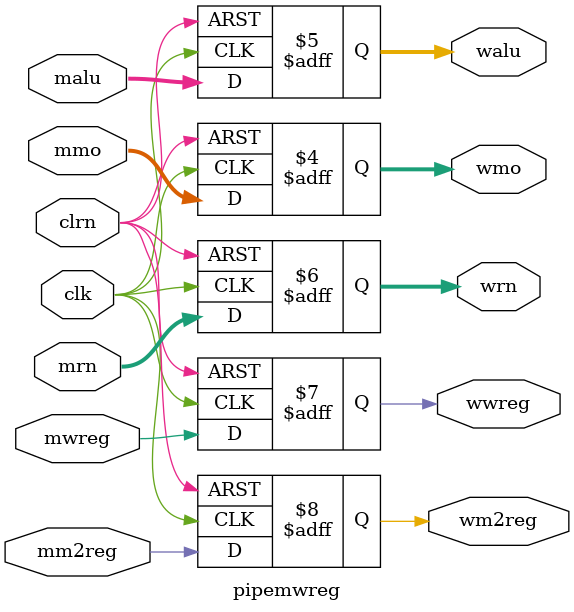
<source format=v>
module pipemwreg(mwreg,mm2reg,mmo,malu,mrn,clk,clrn,wwreg,wm2reg,wmo,walu,wrn);

    input clk,clrn;
	 input [4:0] mrn;
    input [31:0] mmo,malu;
    input mwreg,mm2reg;
    
    output reg [31:0] wmo,walu;
    output reg [4:0] wrn;
    output reg wwreg,wm2reg;
	 initial begin
		wwreg   = 0;
		wm2reg  = 0;
		wmo     = 0;
		walu    = 0;
		wrn     = 0;
		
	 end
    
    always @ (negedge clrn or posedge clk)
		begin
		if(clrn == 0) 
			begin
			wwreg   <= 0;
			wm2reg  <= 0;
			wmo     <= 0;
			walu    <= 0;
			wrn     <= 0;
			end 
		else 
			begin 
			wwreg   <= mwreg ;
			wm2reg  <= mm2reg;
			wmo     <= mmo   ;
			walu    <= malu  ;
			wrn     <= mrn   ;
			end
		end
		
endmodule 
</source>
